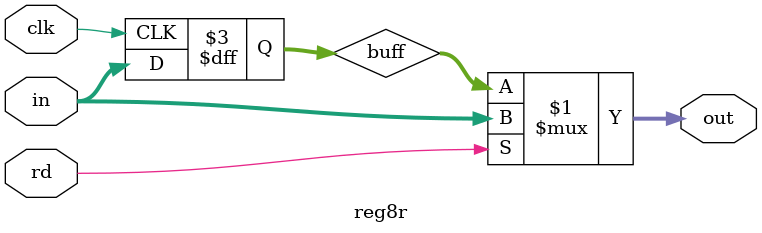
<source format=v>

module reg8r (clk, in, out, rd);

input [7:0] in;
input clk, rd;

output [7:0] out;

reg [7:0] buff;

assign out = rd ? in : buff;

always @(posedge clk)
    buff <= #1 in;

endmodule

</source>
